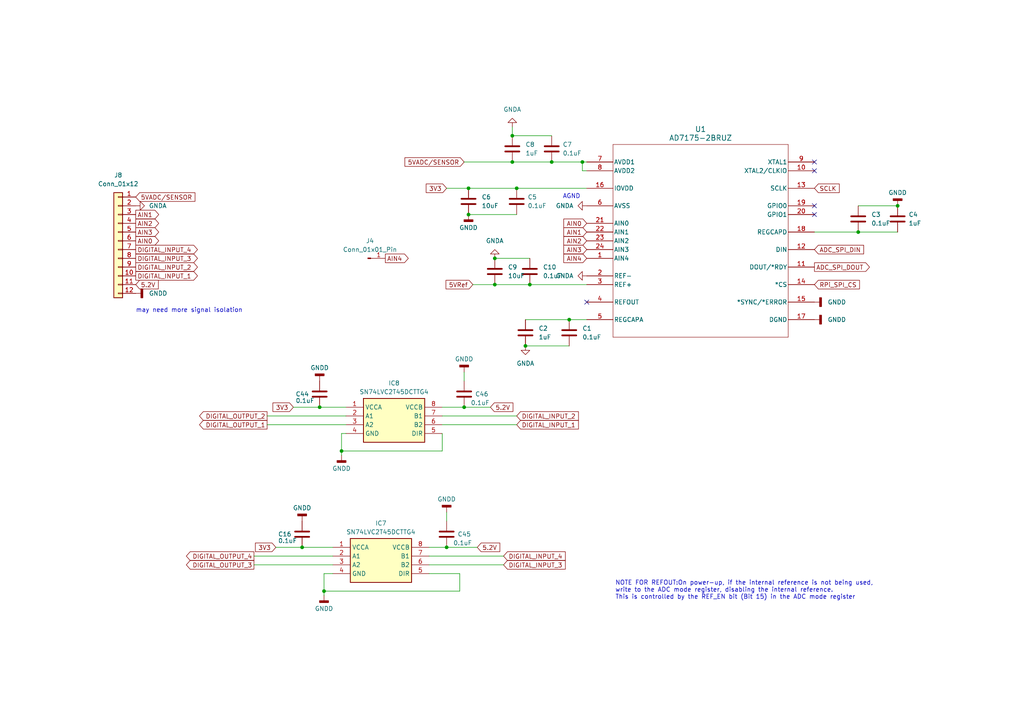
<source format=kicad_sch>
(kicad_sch (version 20230121) (generator eeschema)
  (paper "A4")
  (lib_symbols
    (symbol "Analog_ADC:AD7175-2BRUZ" (pin_names (offset 0.254))
      (property "Reference" "U" (at 33.02 10.16 0))
      (property "Value" "AD7175-2BRUZ" (at 33.02 7.62 0))
      (symbol "AD7175-2BRUZ_0_1"
        (polyline (pts (xy 7.62 -50.8) (xy 58.42 -50.8)) (stroke (width 0.127)))
        (polyline (pts (xy 7.62 5.08) (xy 7.62 -50.8)) (stroke (width 0.127)))
        (polyline (pts (xy 58.42 -50.8) (xy 58.42 5.08)) (stroke (width 0.127)))
        (polyline (pts (xy 58.42 5.08) (xy 7.62 5.08)) (stroke (width 0.127)))
        (pin unspecified line (at 0 -27.94 0) (length 7.62) (name "AIN4") (number "1"))
        (pin unspecified line (at 66.04 -2.54 180) (length 7.62) (name "XTAL2/CLKIO") (number "10"))
        (pin unspecified line (at 66.04 -30.48 180) (length 7.62) (name "DOUT/*RDY") (number "11"))
        (pin unspecified line (at 66.04 -25.4 180) (length 7.62) (name "DIN") (number "12"))
        (pin unspecified line (at 66.04 -7.62 180) (length 7.62) (name "SCLK") (number "13"))
        (pin unspecified line (at 66.04 -35.56 180) (length 7.62) (name "*CS") (number "14"))
        (pin unspecified line (at 66.04 -40.64 180) (length 7.62) (name "*SYNC/*ERROR") (number "15"))
        (pin unspecified line (at 0 -7.62 0) (length 7.62) (name "IOVDD") (number "16"))
        (pin unspecified line (at 66.04 -45.72 180) (length 7.62) (name "DGND") (number "17"))
        (pin unspecified line (at 66.04 -20.32 180) (length 7.62) (name "REGCAPD") (number "18"))
        (pin unspecified line (at 66.04 -12.7 180) (length 7.62) (name "GPIO0") (number "19"))
        (pin unspecified line (at 0 -33.02 0) (length 7.62) (name "REF-") (number "2"))
        (pin unspecified line (at 66.04 -15.24 180) (length 7.62) (name "GPIO1") (number "20"))
        (pin unspecified line (at 0 -17.78 0) (length 7.62) (name "AIN0") (number "21"))
        (pin unspecified line (at 0 -20.32 0) (length 7.62) (name "AIN1") (number "22"))
        (pin unspecified line (at 0 -22.86 0) (length 7.62) (name "AIN2") (number "23"))
        (pin unspecified line (at 0 -25.4 0) (length 7.62) (name "AIN3") (number "24"))
        (pin unspecified line (at 0 -35.56 0) (length 7.62) (name "REF+") (number "3"))
        (pin unspecified line (at 0 -40.64 0) (length 7.62) (name "REFOUT") (number "4"))
        (pin unspecified line (at 0 -45.72 0) (length 7.62) (name "REGCAPA") (number "5"))
        (pin unspecified line (at 0 -12.7 0) (length 7.62) (name "AVSS") (number "6"))
        (pin unspecified line (at 0 0 0) (length 7.62) (name "AVDD1") (number "7"))
        (pin unspecified line (at 0 -2.54 0) (length 7.62) (name "AVDD2") (number "8"))
        (pin unspecified line (at 66.04 0 180) (length 7.62) (name "XTAL1") (number "9"))
      )
    )
    (symbol "Connector:Conn_01x01_Pin" (pin_names (offset 1.016) hide)
      (property "Reference" "J" (at 0 2.54 0))
      (property "Value" "Conn_01x01_Pin" (at 0 -2.54 0))
      (symbol "Conn_01x01_Pin_1_1"
        (polyline (pts (xy 1.27 0) (xy 0.8636 0)) (stroke (width 0.1524)))
        (rectangle (start 0.8636 0.127) (end 0 -0.127) (stroke (width 0.1524)) (fill (type outline)))
        (pin passive line (at 5.08 0 180) (length 3.81) (name "Pin_1") (number "1"))
      )
    )
    (symbol "Connector_Generic:Conn_01x12" (pin_names (offset 1.016) hide)
      (property "Reference" "J" (at 0 15.24 0))
      (property "Value" "Conn_01x12" (at 0 -17.78 0))
      (symbol "Conn_01x12_1_1"
        (rectangle (start -1.27 -15.113) (end 0 -15.367) (stroke (width 0.1524)))
        (rectangle (start -1.27 -12.573) (end 0 -12.827) (stroke (width 0.1524)))
        (rectangle (start -1.27 -10.033) (end 0 -10.287) (stroke (width 0.1524)))
        (rectangle (start -1.27 -7.493) (end 0 -7.747) (stroke (width 0.1524)))
        (rectangle (start -1.27 -4.953) (end 0 -5.207) (stroke (width 0.1524)))
        (rectangle (start -1.27 -2.413) (end 0 -2.667) (stroke (width 0.1524)))
        (rectangle (start -1.27 0.127) (end 0 -0.127) (stroke (width 0.1524)))
        (rectangle (start -1.27 2.667) (end 0 2.413) (stroke (width 0.1524)))
        (rectangle (start -1.27 5.207) (end 0 4.953) (stroke (width 0.1524)))
        (rectangle (start -1.27 7.747) (end 0 7.493) (stroke (width 0.1524)))
        (rectangle (start -1.27 10.287) (end 0 10.033) (stroke (width 0.1524)))
        (rectangle (start -1.27 12.827) (end 0 12.573) (stroke (width 0.1524)))
        (rectangle (start -1.27 13.97) (end 1.27 -16.51) (stroke (width 0.254)) (fill (type background)))
        (pin passive line (at -5.08 12.7 0) (length 3.81) (name "Pin_1") (number "1"))
        (pin passive line (at -5.08 -10.16 0) (length 3.81) (name "Pin_10") (number "10"))
        (pin passive line (at -5.08 -12.7 0) (length 3.81) (name "Pin_11") (number "11"))
        (pin passive line (at -5.08 -15.24 0) (length 3.81) (name "Pin_12") (number "12"))
        (pin passive line (at -5.08 10.16 0) (length 3.81) (name "Pin_2") (number "2"))
        (pin passive line (at -5.08 7.62 0) (length 3.81) (name "Pin_3") (number "3"))
        (pin passive line (at -5.08 5.08 0) (length 3.81) (name "Pin_4") (number "4"))
        (pin passive line (at -5.08 2.54 0) (length 3.81) (name "Pin_5") (number "5"))
        (pin passive line (at -5.08 0 0) (length 3.81) (name "Pin_6") (number "6"))
        (pin passive line (at -5.08 -2.54 0) (length 3.81) (name "Pin_7") (number "7"))
        (pin passive line (at -5.08 -5.08 0) (length 3.81) (name "Pin_8") (number "8"))
        (pin passive line (at -5.08 -7.62 0) (length 3.81) (name "Pin_9") (number "9"))
      )
    )
    (symbol "Device:C" (pin_numbers hide) (pin_names (offset 0.254))
      (property "Reference" "C" (at 0.635 2.54 0))
      (property "Value" "C" (at 0.635 -2.54 0))
      (symbol "C_0_1"
        (polyline (pts (xy -2.032 -0.762) (xy 2.032 -0.762)) (stroke (width 0.508)))
        (polyline (pts (xy -2.032 0.762) (xy 2.032 0.762)) (stroke (width 0.508)))
      )
      (symbol "C_1_1"
        (pin passive line (at 0 3.81 270) (length 2.794) (name "~") (number "1"))
        (pin passive line (at 0 -3.81 90) (length 2.794) (name "~") (number "2"))
      )
    )
    (symbol "Logic_LevelTranslator:SN74LVC2T45DCTTG4"
      (property "Reference" "IC" (at 24.13 7.62 0))
      (property "Value" "SN74LVC2T45DCTTG4" (at 24.13 5.08 0))
      (symbol "SN74LVC2T45DCTTG4_1_1"
        (rectangle (start 5.08 2.54) (end 22.86 -10.16) (stroke (width 0.254)) (fill (type background)))
        (pin passive line (at 0 0 0) (length 5.08) (name "VCCA") (number "1"))
        (pin passive line (at 0 -2.54 0) (length 5.08) (name "A1") (number "2"))
        (pin passive line (at 0 -5.08 0) (length 5.08) (name "A2") (number "3"))
        (pin passive line (at 0 -7.62 0) (length 5.08) (name "GND") (number "4"))
        (pin passive line (at 27.94 -7.62 180) (length 5.08) (name "DIR") (number "5"))
        (pin passive line (at 27.94 -5.08 180) (length 5.08) (name "B2") (number "6"))
        (pin passive line (at 27.94 -2.54 180) (length 5.08) (name "B1") (number "7"))
        (pin passive line (at 27.94 0 180) (length 5.08) (name "VCCB") (number "8"))
      )
    )
    (symbol "power:GNDA" (power) (pin_names (offset 0))
      (property "Value" "GNDA" (at 0 -3.81 0))
      (symbol "GNDA_0_1"
        (polyline (pts (xy 0 0) (xy 0 -1.27) (xy 1.27 -1.27) (xy 0 -2.54) (xy -1.27 -1.27) (xy 0 -1.27)))
      )
      (symbol "GNDA_1_1"
        (pin power_in line (at 0 0 270) (length 0) hide (name "GNDA") (number "1"))
      )
    )
    (symbol "power:GNDD" (power) (pin_names (offset 0))
      (property "Value" "GNDD" (at 0 -3.175 0))
      (symbol "GNDD_0_1"
        (rectangle (start -1.27 -1.524) (end 1.27 -2.032) (stroke (width 0.254)) (fill (type outline)))
        (polyline (pts (xy 0 0) (xy 0 -1.524)))
      )
      (symbol "GNDD_1_1"
        (pin power_in line (at 0 0 270) (length 0) hide (name "GNDD") (number "1"))
      )
    )
  )
  (junction (at 260.35 59.69))
  (junction (at 165.1 92.71))
  (junction (at 148.59 46.99))
  (junction (at 87.63 158.75))
  (junction (at 99.06 130.81))
  (junction (at 149.86 54.61))
  (junction (at 135.89 54.61))
  (junction (at 152.4 100.33))
  (junction (at 129.54 158.75))
  (junction (at 92.71 118.11))
  (junction (at 93.98 171.45))
  (junction (at 160.02 46.99))
  (junction (at 168.91 46.99))
  (junction (at 148.59 39.37))
  (junction (at 143.51 74.93))
  (junction (at 153.67 82.55))
  (junction (at 143.51 82.55))
  (junction (at 248.92 67.31))
  (junction (at 135.89 62.23))
  (junction (at 134.62 118.11))
  (no_connect (at 236.22 46.99))
  (no_connect (at 236.22 59.69))
  (no_connect (at 170.18 87.63))
  (no_connect (at 236.22 62.23))
  (no_connect (at 236.22 49.53))
  (wire (pts (xy 124.46 158.75) (xy 129.54 158.75)))
  (wire (pts (xy 160.02 46.99) (xy 168.91 46.99)))
  (wire (pts (xy 248.92 67.31) (xy 260.35 67.31)))
  (wire (pts (xy 80.01 158.75) (xy 87.63 158.75)))
  (wire (pts (xy 128.27 123.19) (xy 149.86 123.19)))
  (wire (pts (xy 168.91 46.99) (xy 170.18 46.99)))
  (wire (pts (xy 135.89 54.61) (xy 149.86 54.61)))
  (wire (pts (xy 93.98 171.45) (xy 133.35 171.45)))
  (wire (pts (xy 100.33 118.11) (xy 92.71 118.11)))
  (wire (pts (xy 170.18 49.53) (xy 168.91 49.53)))
  (wire (pts (xy 129.54 54.61) (xy 135.89 54.61)))
  (wire (pts (xy 85.09 118.11) (xy 92.71 118.11)))
  (wire (pts (xy 73.66 161.29) (xy 96.52 161.29)))
  (wire (pts (xy 149.86 54.61) (xy 170.18 54.61)))
  (wire (pts (xy 128.27 125.73) (xy 128.27 130.81)))
  (wire (pts (xy 134.62 46.99) (xy 148.59 46.99)))
  (wire (pts (xy 146.05 161.29) (xy 124.46 161.29)))
  (wire (pts (xy 137.16 82.55) (xy 143.51 82.55)))
  (wire (pts (xy 148.59 36.83) (xy 148.59 39.37)))
  (wire (pts (xy 100.33 125.73) (xy 99.06 125.73)))
  (wire (pts (xy 134.62 118.11) (xy 142.24 118.11)))
  (wire (pts (xy 77.47 120.65) (xy 100.33 120.65)))
  (wire (pts (xy 124.46 166.37) (xy 133.35 166.37)))
  (wire (pts (xy 135.89 62.23) (xy 149.86 62.23)))
  (wire (pts (xy 99.06 130.81) (xy 99.06 132.08)))
  (wire (pts (xy 143.51 82.55) (xy 153.67 82.55)))
  (wire (pts (xy 128.27 118.11) (xy 134.62 118.11)))
  (wire (pts (xy 129.54 158.75) (xy 138.43 158.75)))
  (wire (pts (xy 124.46 163.83) (xy 146.05 163.83)))
  (wire (pts (xy 99.06 130.81) (xy 128.27 130.81)))
  (wire (pts (xy 134.62 110.49) (xy 134.62 107.95)))
  (wire (pts (xy 73.66 163.83) (xy 96.52 163.83)))
  (wire (pts (xy 148.59 46.99) (xy 160.02 46.99)))
  (wire (pts (xy 93.98 171.45) (xy 93.98 172.72)))
  (wire (pts (xy 248.92 59.69) (xy 260.35 59.69)))
  (wire (pts (xy 168.91 49.53) (xy 168.91 46.99)))
  (wire (pts (xy 152.4 100.33) (xy 165.1 100.33)))
  (wire (pts (xy 133.35 166.37) (xy 133.35 171.45)))
  (wire (pts (xy 236.22 67.31) (xy 248.92 67.31)))
  (wire (pts (xy 129.54 151.13) (xy 129.54 148.59)))
  (wire (pts (xy 93.98 166.37) (xy 93.98 171.45)))
  (wire (pts (xy 96.52 158.75) (xy 87.63 158.75)))
  (wire (pts (xy 152.4 92.71) (xy 165.1 92.71)))
  (wire (pts (xy 165.1 92.71) (xy 170.18 92.71)))
  (wire (pts (xy 96.52 166.37) (xy 93.98 166.37)))
  (wire (pts (xy 77.47 123.19) (xy 100.33 123.19)))
  (wire (pts (xy 148.59 39.37) (xy 160.02 39.37)))
  (wire (pts (xy 143.51 74.93) (xy 153.67 74.93)))
  (wire (pts (xy 99.06 125.73) (xy 99.06 130.81)))
  (wire (pts (xy 149.86 120.65) (xy 128.27 120.65)))
  (wire (pts (xy 153.67 82.55) (xy 170.18 82.55)))
  (text "NOTE FOR REFOUT:On power-up, if the internal reference is not being used, \nwrite to the ADC mode register, disabling the internal reference. \nThis is controlled by the REF_EN bit (Bit 15) in the ADC mode register" (at 178.435 173.99 0) (effects (font (size 1.27 1.27)) (justify left bottom)))
  (text "AGND" (at 163.195 57.785 0) (effects (font (size 1.27 1.27)) (justify left bottom)))
  (text "may need more signal isolation" (at 39.37 90.805 0) (effects (font (size 1.27 1.27)) (justify left bottom)))
  (global_label "3V3" (shape input) (at 80.01 158.75 180) (property "Intersheetrefs" "${INTERSHEET_REFS}" (effects hide)))
  (global_label "3V3" (shape input) (at 129.54 54.61 180) (property "Intersheetrefs" "${INTERSHEET_REFS}" (effects hide)))
  (global_label "DIGITAL_INPUT_4" (shape input) (at 146.05 161.29 0) (property "Intersheetrefs" "${INTERSHEET_REFS}" (effects hide)))
  (global_label "DIGITAL_INPUT_1" (shape input) (at 149.86 123.19 0) (property "Intersheetrefs" "${INTERSHEET_REFS}" (effects hide)))
  (global_label "AIN2" (shape output) (at 39.37 64.77 0) (property "Intersheetrefs" "${INTERSHEET_REFS}" (effects hide)))
  (global_label "DIGITAL_INPUT_3" (shape input) (at 146.05 163.83 0) (property "Intersheetrefs" "${INTERSHEET_REFS}" (effects hide)))
  (global_label "RPi_SPI_CS" (shape input) (at 236.22 82.55 0) (property "Intersheetrefs" "${INTERSHEET_REFS}" (effects hide)))
  (global_label "AIN4" (shape output) (at 111.76 74.93 0) (property "Intersheetrefs" "${INTERSHEET_REFS}" (effects hide)))
  (global_label "SCLK" (shape input) (at 236.22 54.61 0) (property "Intersheetrefs" "${INTERSHEET_REFS}" (effects hide)))
  (global_label "5.2V" (shape input) (at 39.37 82.55 0) (property "Intersheetrefs" "${INTERSHEET_REFS}" (effects hide)))
  (global_label "DIGITAL_INPUT_1" (shape output) (at 39.37 80.01 0) (property "Intersheetrefs" "${INTERSHEET_REFS}" (effects hide)))
  (global_label "3V3" (shape input) (at 85.09 118.11 180) (property "Intersheetrefs" "${INTERSHEET_REFS}" (effects hide)))
  (global_label "ADC_SPI_DOUT" (shape output) (at 236.22 77.47 0) (property "Intersheetrefs" "${INTERSHEET_REFS}" (effects hide)))
  (global_label "DIGITAL_INPUT_2" (shape input) (at 149.86 120.65 0) (property "Intersheetrefs" "${INTERSHEET_REFS}" (effects hide)))
  (global_label "5.2V" (shape input) (at 142.24 118.11 0) (property "Intersheetrefs" "${INTERSHEET_REFS}" (effects hide)))
  (global_label "AIN4" (shape input) (at 170.18 74.93 180) (property "Intersheetrefs" "${INTERSHEET_REFS}" (effects hide)))
  (global_label "DIGITAL_INPUT_2" (shape output) (at 39.37 77.47 0) (property "Intersheetrefs" "${INTERSHEET_REFS}" (effects hide)))
  (global_label "AIN1" (shape input) (at 170.18 67.31 180) (property "Intersheetrefs" "${INTERSHEET_REFS}" (effects hide)))
  (global_label "AIN2" (shape input) (at 170.18 69.85 180) (property "Intersheetrefs" "${INTERSHEET_REFS}" (effects hide)))
  (global_label "5VADC{slash}SENSOR" (shape input) (at 134.62 46.99 180) (property "Intersheetrefs" "${INTERSHEET_REFS}" (effects hide)))
  (global_label "5VRef" (shape input) (at 137.16 82.55 180) (property "Intersheetrefs" "${INTERSHEET_REFS}" (effects hide)))
  (global_label "DIGITAL_OUTPUT_4" (shape output) (at 73.66 161.29 180) (property "Intersheetrefs" "${INTERSHEET_REFS}" (effects hide)))
  (global_label "ADC_SPI_DIN" (shape input) (at 236.22 72.39 0) (property "Intersheetrefs" "${INTERSHEET_REFS}" (effects hide)))
  (global_label "DIGITAL_OUTPUT_3" (shape output) (at 73.66 163.83 180) (property "Intersheetrefs" "${INTERSHEET_REFS}" (effects hide)))
  (global_label "DIGITAL_INPUT_3" (shape output) (at 39.37 74.93 0) (property "Intersheetrefs" "${INTERSHEET_REFS}" (effects hide)))
  (global_label "DIGITAL_OUTPUT_2" (shape output) (at 77.47 120.65 180) (property "Intersheetrefs" "${INTERSHEET_REFS}" (effects hide)))
  (global_label "AIN1" (shape output) (at 39.37 62.23 0) (property "Intersheetrefs" "${INTERSHEET_REFS}" (effects hide)))
  (global_label "DIGITAL_OUTPUT_1" (shape output) (at 77.47 123.19 180) (property "Intersheetrefs" "${INTERSHEET_REFS}" (effects hide)))
  (global_label "AIN3" (shape input) (at 170.18 72.39 180) (property "Intersheetrefs" "${INTERSHEET_REFS}" (effects hide)))
  (global_label "AIN3" (shape output) (at 39.37 67.31 0) (property "Intersheetrefs" "${INTERSHEET_REFS}" (effects hide)))
  (global_label "5.2V" (shape input) (at 138.43 158.75 0) (property "Intersheetrefs" "${INTERSHEET_REFS}" (effects hide)))
  (global_label "AIN0" (shape input) (at 170.18 64.77 180) (property "Intersheetrefs" "${INTERSHEET_REFS}" (effects hide)))
  (global_label "AIN0" (shape output) (at 39.37 69.85 0) (property "Intersheetrefs" "${INTERSHEET_REFS}" (effects hide)))
  (global_label "DIGITAL_INPUT_4" (shape output) (at 39.37 72.39 0) (property "Intersheetrefs" "${INTERSHEET_REFS}" (effects hide)))
  (global_label "5VADC{slash}SENSOR" (shape input) (at 39.37 57.15 0) (property "Intersheetrefs" "${INTERSHEET_REFS}" (effects hide)))
  (symbol (lib_id "Device:C") (at 260.35 63.5 0) (unit 1)
    (property "Reference" "C4" (at 263.525 62.23 0) (effects (justify left)))
    (property "Value" "1uF" (at 263.525 64.77 0) (effects (justify left)))
    (property "Footprint" "Capacitor_SMD:C_0402_1005Metric" (effects hide))
  )
  (symbol (lib_id "Device:C") (at 152.4 96.52 0) (unit 1)
    (property "Reference" "C2" (at 156.21 95.25 0) (effects (justify left)))
    (property "Value" "1uF" (at 156.21 97.79 0) (effects (justify left)))
    (property "Footprint" "Capacitor_SMD:C_0402_1005Metric" (effects hide))
  )
  (symbol (lib_id "Device:C") (at 129.54 154.94 0) (unit 1)
    (property "Reference" "C45" (at 132.715 154.94 0) (effects (justify left)))
    (property "Value" "0.1uF" (at 131.445 157.48 0) (effects (justify left)))
    (property "Footprint" "Capacitor_SMD:C_0402_1005Metric" (effects hide))
  )
  (symbol (lib_id "Device:C") (at 153.67 78.74 0) (unit 1)
    (property "Reference" "C10" (at 157.48 77.47 0) (effects (justify left)))
    (property "Value" "0.1uF" (at 157.48 80.01 0) (effects (justify left)))
    (property "Footprint" "Capacitor_SMD:C_0402_1005Metric" (effects hide))
  )
  (symbol (lib_id "power:GNDD") (at 260.35 59.69 180) (unit 1)
    (property "Reference" "#PWR06" (effects hide))
    (property "Value" "GNDD" (at 260.35 55.88 0))
  )
  (symbol (lib_id "Device:C") (at 160.02 43.18 0) (unit 1)
    (property "Reference" "C7" (at 163.195 41.91 0) (effects (justify left)))
    (property "Value" "0.1uF" (at 163.195 44.45 0) (effects (justify left)))
    (property "Footprint" "Capacitor_SMD:C_0402_1005Metric" (effects hide))
  )
  (symbol (lib_id "Device:C") (at 148.59 43.18 0) (unit 1)
    (property "Reference" "C8" (at 152.4 41.91 0) (effects (justify left)))
    (property "Value" "1uF" (at 152.4 44.45 0) (effects (justify left)))
    (property "Footprint" "Capacitor_SMD:C_0402_1005Metric" (effects hide))
  )
  (symbol (lib_id "power:GNDA") (at 148.59 36.83 180) (unit 1)
    (property "Reference" "#PWR08" (effects hide))
    (property "Value" "GNDA" (at 148.59 31.75 0))
  )
  (symbol (lib_id "Logic_LevelTranslator:SN74LVC2T45DCTTG4") (at 96.52 158.75 0) (unit 1)
    (property "Reference" "IC7" (at 110.49 151.765 0))
    (property "Value" "SN74LVC2T45DCTTG4" (at 110.49 154.305 0))
    (property "Footprint" "Package_SO:VSSOP-8_2.4x2.1mm_P0.5mm" (effects hide))
    (property "Datasheet" "https://www.ti.com/lit/gpn/sn74lvc2t45" (effects hide))
    (property "Height" "1.3" (effects hide))
    (property "Mouser Part Number" "595-N74LVC2T45DCTTG4" (effects hide))
    (property "Mouser Price/Stock" "https://www.mouser.co.uk/ProductDetail/Texas-Instruments/SN74LVC2T45DCTTG4?qs=XGzIaZb%2FFYLbZIU5ydXfng%3D%3D" (effects hide))
    (property "Manufacturer_Name" "Texas Instruments" (effects hide))
    (property "Manufacturer_Part_Number" "SN74LVC2T45DCTTG4" (effects hide))
  )
  (symbol (lib_id "power:GNDD") (at 39.37 85.09 90) (unit 1)
    (property "Reference" "#PWR012" (effects hide))
    (property "Value" "GNDD" (at 43.18 85.09 90) (effects (justify right)))
  )
  (symbol (lib_id "Device:C") (at 135.89 58.42 0) (unit 1)
    (property "Reference" "C6" (at 139.7 57.15 0) (effects (justify left)))
    (property "Value" "10uF" (at 139.7 59.69 0) (effects (justify left)))
    (property "Footprint" "Capacitor_SMD:C_0402_1005Metric" (effects hide))
  )
  (symbol (lib_id "power:GNDA") (at 39.37 59.69 90) (unit 1)
    (property "Reference" "#PWR019" (effects hide))
    (property "Value" "GNDA" (at 43.18 59.69 90) (effects (justify right)))
  )
  (symbol (lib_id "Device:C") (at 92.71 114.3 0) (unit 1)
    (property "Reference" "C44" (at 85.725 114.3 0) (effects (justify left)))
    (property "Value" "0.1uF" (at 85.725 116.205 0) (effects (justify left)))
    (property "Footprint" "Capacitor_SMD:C_0402_1005Metric" (effects hide))
  )
  (symbol (lib_id "Device:C") (at 143.51 78.74 0) (unit 1)
    (property "Reference" "C9" (at 147.32 77.47 0) (effects (justify left)))
    (property "Value" "10uF" (at 147.32 80.01 0) (effects (justify left)))
    (property "Footprint" "Capacitor_SMD:C_0402_1005Metric" (effects hide))
  )
  (symbol (lib_id "power:GNDD") (at 134.62 107.95 180) (unit 1)
    (property "Reference" "#PWR064" (effects hide))
    (property "Value" "GNDD" (at 134.62 104.14 0))
  )
  (symbol (lib_id "power:GNDD") (at 129.54 148.59 180) (unit 1)
    (property "Reference" "#PWR065" (effects hide))
    (property "Value" "GNDD" (at 129.54 144.78 0))
  )
  (symbol (lib_id "power:GNDA") (at 152.4 100.33 0) (unit 1)
    (property "Reference" "#PWR05" (effects hide))
    (property "Value" "GNDA" (at 152.4 105.41 0))
  )
  (symbol (lib_id "Device:C") (at 149.86 58.42 0) (unit 1)
    (property "Reference" "C5" (at 153.035 57.15 0) (effects (justify left)))
    (property "Value" "0.1uF" (at 153.035 59.69 0) (effects (justify left)))
    (property "Footprint" "Capacitor_SMD:C_0402_1005Metric" (effects hide))
  )
  (symbol (lib_id "Device:C") (at 87.63 154.94 0) (unit 1)
    (property "Reference" "C16" (at 80.645 154.94 0) (effects (justify left)))
    (property "Value" "0.1uF" (at 80.645 156.845 0) (effects (justify left)))
    (property "Footprint" "Capacitor_SMD:C_0402_1005Metric" (effects hide))
  )
  (symbol (lib_id "power:GNDD") (at 236.22 92.71 90) (unit 1)
    (property "Reference" "#PWR011" (effects hide))
    (property "Value" "GNDD" (at 240.03 92.71 90) (effects (justify right)))
  )
  (symbol (lib_id "power:GNDD") (at 99.06 132.08 0) (unit 1)
    (property "Reference" "#PWR066" (effects hide))
    (property "Value" "GNDD" (at 99.06 135.89 0))
  )
  (symbol (lib_id "Logic_LevelTranslator:SN74LVC2T45DCTTG4") (at 100.33 118.11 0) (unit 1)
    (property "Reference" "IC8" (at 114.3 111.125 0))
    (property "Value" "SN74LVC2T45DCTTG4" (at 114.3 113.665 0))
    (property "Footprint" "Package_SO:VSSOP-8_2.4x2.1mm_P0.5mm" (effects hide))
    (property "Datasheet" "https://www.ti.com/lit/gpn/sn74lvc2t45" (effects hide))
    (property "Height" "1.3" (effects hide))
    (property "Mouser Part Number" "595-N74LVC2T45DCTTG4" (effects hide))
    (property "Mouser Price/Stock" "https://www.mouser.co.uk/ProductDetail/Texas-Instruments/SN74LVC2T45DCTTG4?qs=XGzIaZb%2FFYLbZIU5ydXfng%3D%3D" (effects hide))
    (property "Manufacturer_Name" "Texas Instruments" (effects hide))
    (property "Manufacturer_Part_Number" "SN74LVC2T45DCTTG4" (effects hide))
  )
  (symbol (lib_id "power:GNDA") (at 170.18 59.69 270) (unit 1)
    (property "Reference" "#PWR063" (effects hide))
    (property "Value" "GNDA" (at 166.37 59.69 90) (effects (justify right)))
  )
  (symbol (lib_id "Connector_Generic:Conn_01x12") (at 34.29 69.85 0) (mirror y) (unit 1)
    (property "Reference" "J8" (at 34.29 50.8 0))
    (property "Value" "Conn_01x12" (at 34.29 53.34 0))
    (property "Footprint" "21xt_footprints:908160012" (effects hide))
  )
  (symbol (lib_id "Device:C") (at 248.92 63.5 0) (unit 1)
    (property "Reference" "C3" (at 252.73 62.23 0) (effects (justify left)))
    (property "Value" "0.1uF" (at 252.73 64.77 0) (effects (justify left)))
    (property "Footprint" "Capacitor_SMD:C_0402_1005Metric" (effects hide))
  )
  (symbol (lib_id "power:GNDD") (at 93.98 172.72 0) (unit 1)
    (property "Reference" "#PWR059" (effects hide))
    (property "Value" "GNDD" (at 93.98 176.53 0))
  )
  (symbol (lib_id "power:GNDA") (at 170.18 80.01 270) (unit 1)
    (property "Reference" "#PWR09" (effects hide))
    (property "Value" "GNDA" (at 166.37 80.01 90) (effects (justify right)))
  )
  (symbol (lib_id "power:GNDD") (at 236.22 87.63 90) (unit 1)
    (property "Reference" "#PWR04" (effects hide))
    (property "Value" "GNDD" (at 240.03 87.63 90) (effects (justify right)))
  )
  (symbol (lib_id "Connector:Conn_01x01_Pin") (at 106.68 74.93 0) (unit 1)
    (property "Reference" "J4" (at 107.315 69.85 0))
    (property "Value" "Conn_01x01_Pin" (at 107.315 72.39 0))
    (property "Footprint" "Connector_PinHeader_1.00mm:PinHeader_1x01_P1.00mm_Vertical" (effects hide))
  )
  (symbol (lib_id "power:GNDD") (at 92.71 110.49 180) (unit 1)
    (property "Reference" "#PWR032" (effects hide))
    (property "Value" "GNDD" (at 92.71 106.68 0))
  )
  (symbol (lib_id "power:GNDD") (at 135.89 62.23 0) (unit 1)
    (property "Reference" "#PWR07" (effects hide))
    (property "Value" "GNDD" (at 135.89 66.04 0))
  )
  (symbol (lib_id "Device:C") (at 165.1 96.52 0) (unit 1)
    (property "Reference" "C1" (at 168.91 95.25 0) (effects (justify left)))
    (property "Value" "0.1uF" (at 168.91 97.79 0) (effects (justify left)))
    (property "Footprint" "Capacitor_SMD:C_0402_1005Metric" (effects hide))
  )
  (symbol (lib_id "power:GNDD") (at 87.63 151.13 180) (unit 1)
    (property "Reference" "#PWR014" (effects hide))
    (property "Value" "GNDD" (at 87.63 147.32 0))
  )
  (symbol (lib_id "Analog_ADC:AD7175-2BRUZ") (at 170.18 46.99 0) (unit 1)
    (property "Reference" "U1" (at 203.2 37.465 0) (effects (font (size 1.524 1.524))))
    (property "Value" "AD7175-2BRUZ" (at 203.2 40.005 0) (effects (font (size 1.524 1.524))))
    (property "Footprint" "21xt_footprints:SOP65P640X120-24N" (effects hide))
    (property "Datasheet" "AD7175-2BRUZ" (effects hide))
  )
  (symbol (lib_id "Device:C") (at 134.62 114.3 0) (unit 1)
    (property "Reference" "C46" (at 137.795 114.3 0) (effects (justify left)))
    (property "Value" "0.1uF" (at 136.525 116.84 0) (effects (justify left)))
    (property "Footprint" "Capacitor_SMD:C_0402_1005Metric" (effects hide))
  )
  (symbol (lib_id "power:GNDA") (at 143.51 74.93 180) (unit 1)
    (property "Reference" "#PWR010" (effects hide))
    (property "Value" "GNDA" (at 143.51 69.85 0))
  )
)
</source>
